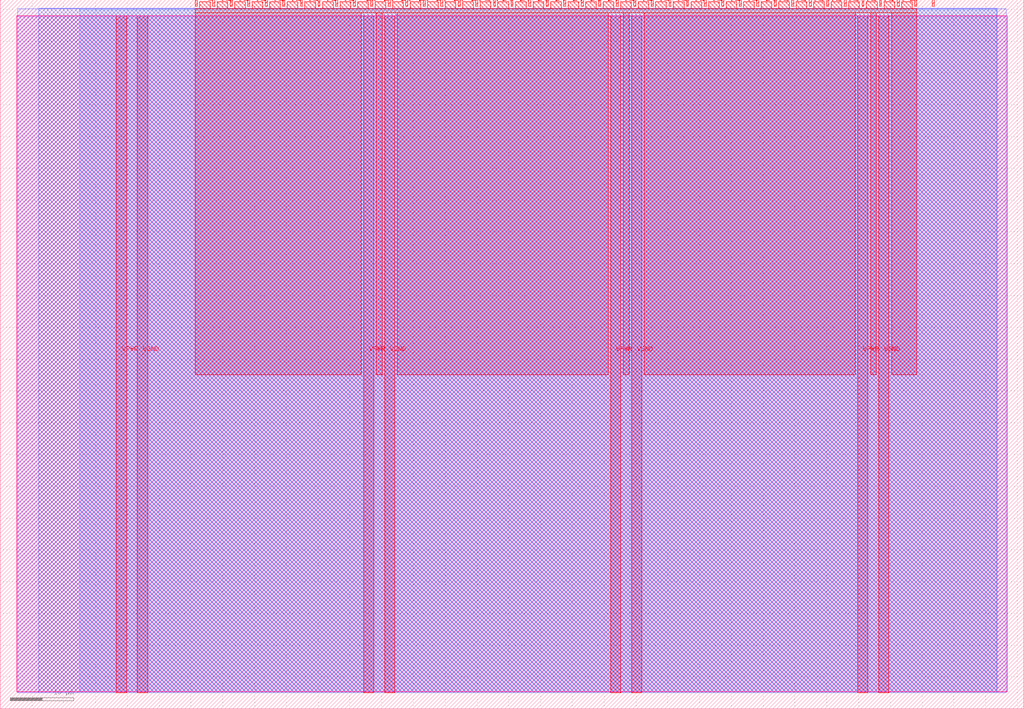
<source format=lef>
VERSION 5.7 ;
  NOWIREEXTENSIONATPIN ON ;
  DIVIDERCHAR "/" ;
  BUSBITCHARS "[]" ;
MACRO tt_um_dteal_awg
  CLASS BLOCK ;
  FOREIGN tt_um_dteal_awg ;
  ORIGIN 0.000 0.000 ;
  SIZE 161.000 BY 111.520 ;
  PIN VGND
    DIRECTION INOUT ;
    USE GROUND ;
    PORT
      LAYER met4 ;
        RECT 21.580 2.480 23.180 109.040 ;
    END
    PORT
      LAYER met4 ;
        RECT 60.450 2.480 62.050 109.040 ;
    END
    PORT
      LAYER met4 ;
        RECT 99.320 2.480 100.920 109.040 ;
    END
    PORT
      LAYER met4 ;
        RECT 138.190 2.480 139.790 109.040 ;
    END
  END VGND
  PIN VPWR
    DIRECTION INOUT ;
    USE POWER ;
    PORT
      LAYER met4 ;
        RECT 18.280 2.480 19.880 109.040 ;
    END
    PORT
      LAYER met4 ;
        RECT 57.150 2.480 58.750 109.040 ;
    END
    PORT
      LAYER met4 ;
        RECT 96.020 2.480 97.620 109.040 ;
    END
    PORT
      LAYER met4 ;
        RECT 134.890 2.480 136.490 109.040 ;
    END
  END VPWR
  PIN clk
    DIRECTION INPUT ;
    USE SIGNAL ;
    ANTENNAGATEAREA 0.852000 ;
    PORT
      LAYER met4 ;
        RECT 143.830 110.520 144.130 111.520 ;
    END
  END clk
  PIN ena
    DIRECTION INPUT ;
    USE SIGNAL ;
    PORT
      LAYER met4 ;
        RECT 146.590 110.520 146.890 111.520 ;
    END
  END ena
  PIN rst_n
    DIRECTION INPUT ;
    USE SIGNAL ;
    ANTENNAGATEAREA 0.196500 ;
    PORT
      LAYER met4 ;
        RECT 141.070 110.520 141.370 111.520 ;
    END
  END rst_n
  PIN ui_in[0]
    DIRECTION INPUT ;
    USE SIGNAL ;
    ANTENNAGATEAREA 0.196500 ;
    PORT
      LAYER met4 ;
        RECT 138.310 110.520 138.610 111.520 ;
    END
  END ui_in[0]
  PIN ui_in[1]
    DIRECTION INPUT ;
    USE SIGNAL ;
    ANTENNAGATEAREA 0.196500 ;
    PORT
      LAYER met4 ;
        RECT 135.550 110.520 135.850 111.520 ;
    END
  END ui_in[1]
  PIN ui_in[2]
    DIRECTION INPUT ;
    USE SIGNAL ;
    ANTENNAGATEAREA 0.196500 ;
    PORT
      LAYER met4 ;
        RECT 132.790 110.520 133.090 111.520 ;
    END
  END ui_in[2]
  PIN ui_in[3]
    DIRECTION INPUT ;
    USE SIGNAL ;
    ANTENNAGATEAREA 0.159000 ;
    PORT
      LAYER met4 ;
        RECT 130.030 110.520 130.330 111.520 ;
    END
  END ui_in[3]
  PIN ui_in[4]
    DIRECTION INPUT ;
    USE SIGNAL ;
    ANTENNAGATEAREA 0.196500 ;
    PORT
      LAYER met4 ;
        RECT 127.270 110.520 127.570 111.520 ;
    END
  END ui_in[4]
  PIN ui_in[5]
    DIRECTION INPUT ;
    USE SIGNAL ;
    ANTENNAGATEAREA 0.196500 ;
    PORT
      LAYER met4 ;
        RECT 124.510 110.520 124.810 111.520 ;
    END
  END ui_in[5]
  PIN ui_in[6]
    DIRECTION INPUT ;
    USE SIGNAL ;
    ANTENNAGATEAREA 0.196500 ;
    PORT
      LAYER met4 ;
        RECT 121.750 110.520 122.050 111.520 ;
    END
  END ui_in[6]
  PIN ui_in[7]
    DIRECTION INPUT ;
    USE SIGNAL ;
    ANTENNAGATEAREA 0.196500 ;
    PORT
      LAYER met4 ;
        RECT 118.990 110.520 119.290 111.520 ;
    END
  END ui_in[7]
  PIN uio_in[0]
    DIRECTION INPUT ;
    USE SIGNAL ;
    PORT
      LAYER met4 ;
        RECT 116.230 110.520 116.530 111.520 ;
    END
  END uio_in[0]
  PIN uio_in[1]
    DIRECTION INPUT ;
    USE SIGNAL ;
    PORT
      LAYER met4 ;
        RECT 113.470 110.520 113.770 111.520 ;
    END
  END uio_in[1]
  PIN uio_in[2]
    DIRECTION INPUT ;
    USE SIGNAL ;
    PORT
      LAYER met4 ;
        RECT 110.710 110.520 111.010 111.520 ;
    END
  END uio_in[2]
  PIN uio_in[3]
    DIRECTION INPUT ;
    USE SIGNAL ;
    PORT
      LAYER met4 ;
        RECT 107.950 110.520 108.250 111.520 ;
    END
  END uio_in[3]
  PIN uio_in[4]
    DIRECTION INPUT ;
    USE SIGNAL ;
    PORT
      LAYER met4 ;
        RECT 105.190 110.520 105.490 111.520 ;
    END
  END uio_in[4]
  PIN uio_in[5]
    DIRECTION INPUT ;
    USE SIGNAL ;
    PORT
      LAYER met4 ;
        RECT 102.430 110.520 102.730 111.520 ;
    END
  END uio_in[5]
  PIN uio_in[6]
    DIRECTION INPUT ;
    USE SIGNAL ;
    PORT
      LAYER met4 ;
        RECT 99.670 110.520 99.970 111.520 ;
    END
  END uio_in[6]
  PIN uio_in[7]
    DIRECTION INPUT ;
    USE SIGNAL ;
    PORT
      LAYER met4 ;
        RECT 96.910 110.520 97.210 111.520 ;
    END
  END uio_in[7]
  PIN uio_oe[0]
    DIRECTION OUTPUT ;
    USE SIGNAL ;
    PORT
      LAYER met4 ;
        RECT 49.990 110.520 50.290 111.520 ;
    END
  END uio_oe[0]
  PIN uio_oe[1]
    DIRECTION OUTPUT ;
    USE SIGNAL ;
    PORT
      LAYER met4 ;
        RECT 47.230 110.520 47.530 111.520 ;
    END
  END uio_oe[1]
  PIN uio_oe[2]
    DIRECTION OUTPUT ;
    USE SIGNAL ;
    PORT
      LAYER met4 ;
        RECT 44.470 110.520 44.770 111.520 ;
    END
  END uio_oe[2]
  PIN uio_oe[3]
    DIRECTION OUTPUT ;
    USE SIGNAL ;
    PORT
      LAYER met4 ;
        RECT 41.710 110.520 42.010 111.520 ;
    END
  END uio_oe[3]
  PIN uio_oe[4]
    DIRECTION OUTPUT ;
    USE SIGNAL ;
    PORT
      LAYER met4 ;
        RECT 38.950 110.520 39.250 111.520 ;
    END
  END uio_oe[4]
  PIN uio_oe[5]
    DIRECTION OUTPUT ;
    USE SIGNAL ;
    PORT
      LAYER met4 ;
        RECT 36.190 110.520 36.490 111.520 ;
    END
  END uio_oe[5]
  PIN uio_oe[6]
    DIRECTION OUTPUT ;
    USE SIGNAL ;
    PORT
      LAYER met4 ;
        RECT 33.430 110.520 33.730 111.520 ;
    END
  END uio_oe[6]
  PIN uio_oe[7]
    DIRECTION OUTPUT ;
    USE SIGNAL ;
    PORT
      LAYER met4 ;
        RECT 30.670 110.520 30.970 111.520 ;
    END
  END uio_oe[7]
  PIN uio_out[0]
    DIRECTION OUTPUT ;
    USE SIGNAL ;
    PORT
      LAYER met4 ;
        RECT 72.070 110.520 72.370 111.520 ;
    END
  END uio_out[0]
  PIN uio_out[1]
    DIRECTION OUTPUT ;
    USE SIGNAL ;
    PORT
      LAYER met4 ;
        RECT 69.310 110.520 69.610 111.520 ;
    END
  END uio_out[1]
  PIN uio_out[2]
    DIRECTION OUTPUT ;
    USE SIGNAL ;
    PORT
      LAYER met4 ;
        RECT 66.550 110.520 66.850 111.520 ;
    END
  END uio_out[2]
  PIN uio_out[3]
    DIRECTION OUTPUT ;
    USE SIGNAL ;
    PORT
      LAYER met4 ;
        RECT 63.790 110.520 64.090 111.520 ;
    END
  END uio_out[3]
  PIN uio_out[4]
    DIRECTION OUTPUT ;
    USE SIGNAL ;
    PORT
      LAYER met4 ;
        RECT 61.030 110.520 61.330 111.520 ;
    END
  END uio_out[4]
  PIN uio_out[5]
    DIRECTION OUTPUT ;
    USE SIGNAL ;
    PORT
      LAYER met4 ;
        RECT 58.270 110.520 58.570 111.520 ;
    END
  END uio_out[5]
  PIN uio_out[6]
    DIRECTION OUTPUT ;
    USE SIGNAL ;
    PORT
      LAYER met4 ;
        RECT 55.510 110.520 55.810 111.520 ;
    END
  END uio_out[6]
  PIN uio_out[7]
    DIRECTION OUTPUT ;
    USE SIGNAL ;
    PORT
      LAYER met4 ;
        RECT 52.750 110.520 53.050 111.520 ;
    END
  END uio_out[7]
  PIN uo_out[0]
    DIRECTION OUTPUT ;
    USE SIGNAL ;
    ANTENNADIFFAREA 0.453750 ;
    PORT
      LAYER met4 ;
        RECT 94.150 110.520 94.450 111.520 ;
    END
  END uo_out[0]
  PIN uo_out[1]
    DIRECTION OUTPUT ;
    USE SIGNAL ;
    ANTENNADIFFAREA 0.453750 ;
    PORT
      LAYER met4 ;
        RECT 91.390 110.520 91.690 111.520 ;
    END
  END uo_out[1]
  PIN uo_out[2]
    DIRECTION OUTPUT ;
    USE SIGNAL ;
    ANTENNADIFFAREA 0.924000 ;
    PORT
      LAYER met4 ;
        RECT 88.630 110.520 88.930 111.520 ;
    END
  END uo_out[2]
  PIN uo_out[3]
    DIRECTION OUTPUT ;
    USE SIGNAL ;
    ANTENNADIFFAREA 0.453750 ;
    PORT
      LAYER met4 ;
        RECT 85.870 110.520 86.170 111.520 ;
    END
  END uo_out[3]
  PIN uo_out[4]
    DIRECTION OUTPUT ;
    USE SIGNAL ;
    ANTENNADIFFAREA 0.453750 ;
    PORT
      LAYER met4 ;
        RECT 83.110 110.520 83.410 111.520 ;
    END
  END uo_out[4]
  PIN uo_out[5]
    DIRECTION OUTPUT ;
    USE SIGNAL ;
    ANTENNADIFFAREA 0.453750 ;
    PORT
      LAYER met4 ;
        RECT 80.350 110.520 80.650 111.520 ;
    END
  END uo_out[5]
  PIN uo_out[6]
    DIRECTION OUTPUT ;
    USE SIGNAL ;
    ANTENNADIFFAREA 0.453750 ;
    PORT
      LAYER met4 ;
        RECT 77.590 110.520 77.890 111.520 ;
    END
  END uo_out[6]
  PIN uo_out[7]
    DIRECTION OUTPUT ;
    USE SIGNAL ;
    ANTENNADIFFAREA 0.453750 ;
    PORT
      LAYER met4 ;
        RECT 74.830 110.520 75.130 111.520 ;
    END
  END uo_out[7]
  OBS
      LAYER nwell ;
        RECT 2.570 2.635 158.430 108.990 ;
      LAYER li1 ;
        RECT 2.760 2.635 158.240 108.885 ;
      LAYER met1 ;
        RECT 2.760 2.480 158.240 110.120 ;
      LAYER met2 ;
        RECT 6.080 2.535 156.770 110.150 ;
      LAYER met3 ;
        RECT 12.485 2.555 156.795 109.985 ;
      LAYER met4 ;
        RECT 31.370 110.120 33.030 111.170 ;
        RECT 34.130 110.120 35.790 111.170 ;
        RECT 36.890 110.120 38.550 111.170 ;
        RECT 39.650 110.120 41.310 111.170 ;
        RECT 42.410 110.120 44.070 111.170 ;
        RECT 45.170 110.120 46.830 111.170 ;
        RECT 47.930 110.120 49.590 111.170 ;
        RECT 50.690 110.120 52.350 111.170 ;
        RECT 53.450 110.120 55.110 111.170 ;
        RECT 56.210 110.120 57.870 111.170 ;
        RECT 58.970 110.120 60.630 111.170 ;
        RECT 61.730 110.120 63.390 111.170 ;
        RECT 64.490 110.120 66.150 111.170 ;
        RECT 67.250 110.120 68.910 111.170 ;
        RECT 70.010 110.120 71.670 111.170 ;
        RECT 72.770 110.120 74.430 111.170 ;
        RECT 75.530 110.120 77.190 111.170 ;
        RECT 78.290 110.120 79.950 111.170 ;
        RECT 81.050 110.120 82.710 111.170 ;
        RECT 83.810 110.120 85.470 111.170 ;
        RECT 86.570 110.120 88.230 111.170 ;
        RECT 89.330 110.120 90.990 111.170 ;
        RECT 92.090 110.120 93.750 111.170 ;
        RECT 94.850 110.120 96.510 111.170 ;
        RECT 97.610 110.120 99.270 111.170 ;
        RECT 100.370 110.120 102.030 111.170 ;
        RECT 103.130 110.120 104.790 111.170 ;
        RECT 105.890 110.120 107.550 111.170 ;
        RECT 108.650 110.120 110.310 111.170 ;
        RECT 111.410 110.120 113.070 111.170 ;
        RECT 114.170 110.120 115.830 111.170 ;
        RECT 116.930 110.120 118.590 111.170 ;
        RECT 119.690 110.120 121.350 111.170 ;
        RECT 122.450 110.120 124.110 111.170 ;
        RECT 125.210 110.120 126.870 111.170 ;
        RECT 127.970 110.120 129.630 111.170 ;
        RECT 130.730 110.120 132.390 111.170 ;
        RECT 133.490 110.120 135.150 111.170 ;
        RECT 136.250 110.120 137.910 111.170 ;
        RECT 139.010 110.120 140.670 111.170 ;
        RECT 141.770 110.120 143.430 111.170 ;
        RECT 30.655 109.440 144.145 110.120 ;
        RECT 30.655 52.535 56.750 109.440 ;
        RECT 59.150 52.535 60.050 109.440 ;
        RECT 62.450 52.535 95.620 109.440 ;
        RECT 98.020 52.535 98.920 109.440 ;
        RECT 101.320 52.535 134.490 109.440 ;
        RECT 136.890 52.535 137.790 109.440 ;
        RECT 140.190 52.535 144.145 109.440 ;
  END
END tt_um_dteal_awg
END LIBRARY


</source>
